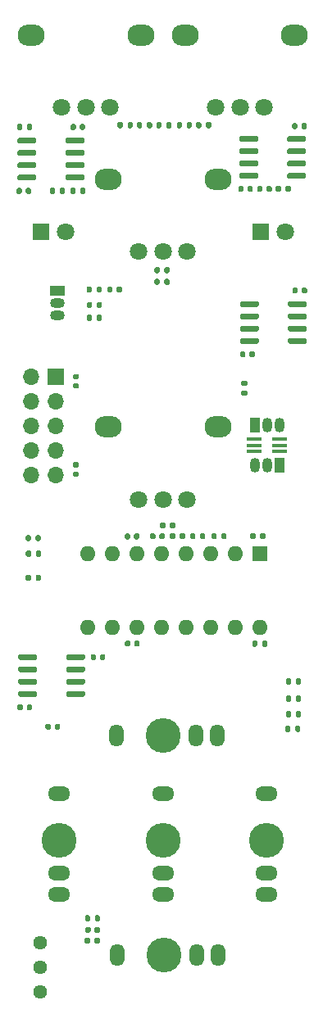
<source format=gbr>
%TF.GenerationSoftware,KiCad,Pcbnew,(5.1.7-0-10_14)*%
%TF.CreationDate,2021-05-19T07:56:11-04:00*%
%TF.ProjectId,VCF,5643462e-6b69-4636-9164-5f7063625858,rev?*%
%TF.SameCoordinates,Original*%
%TF.FileFunction,Soldermask,Top*%
%TF.FilePolarity,Negative*%
%FSLAX46Y46*%
G04 Gerber Fmt 4.6, Leading zero omitted, Abs format (unit mm)*
G04 Created by KiCad (PCBNEW (5.1.7-0-10_14)) date 2021-05-19 07:56:11*
%MOMM*%
%LPD*%
G01*
G04 APERTURE LIST*
%ADD10O,1.600000X1.600000*%
%ADD11R,1.600000X1.600000*%
%ADD12O,2.800000X2.200000*%
%ADD13C,1.800000*%
%ADD14C,1.440000*%
%ADD15R,1.500000X1.050000*%
%ADD16O,1.500000X1.050000*%
%ADD17R,1.050000X1.500000*%
%ADD18O,1.050000X1.500000*%
%ADD19R,1.500000X0.400000*%
%ADD20C,3.600000*%
%ADD21O,1.500000X2.300000*%
%ADD22O,1.700000X1.700000*%
%ADD23R,1.700000X1.700000*%
%ADD24O,2.300000X1.500000*%
%ADD25R,1.800000X1.800000*%
G04 APERTURE END LIST*
%TO.C,U105*%
G36*
G01*
X128400000Y-102945000D02*
X128400000Y-102645000D01*
G75*
G02*
X128550000Y-102495000I150000J0D01*
G01*
X130200000Y-102495000D01*
G75*
G02*
X130350000Y-102645000I0J-150000D01*
G01*
X130350000Y-102945000D01*
G75*
G02*
X130200000Y-103095000I-150000J0D01*
G01*
X128550000Y-103095000D01*
G75*
G02*
X128400000Y-102945000I0J150000D01*
G01*
G37*
G36*
G01*
X128400000Y-104215000D02*
X128400000Y-103915000D01*
G75*
G02*
X128550000Y-103765000I150000J0D01*
G01*
X130200000Y-103765000D01*
G75*
G02*
X130350000Y-103915000I0J-150000D01*
G01*
X130350000Y-104215000D01*
G75*
G02*
X130200000Y-104365000I-150000J0D01*
G01*
X128550000Y-104365000D01*
G75*
G02*
X128400000Y-104215000I0J150000D01*
G01*
G37*
G36*
G01*
X128400000Y-105485000D02*
X128400000Y-105185000D01*
G75*
G02*
X128550000Y-105035000I150000J0D01*
G01*
X130200000Y-105035000D01*
G75*
G02*
X130350000Y-105185000I0J-150000D01*
G01*
X130350000Y-105485000D01*
G75*
G02*
X130200000Y-105635000I-150000J0D01*
G01*
X128550000Y-105635000D01*
G75*
G02*
X128400000Y-105485000I0J150000D01*
G01*
G37*
G36*
G01*
X128400000Y-106755000D02*
X128400000Y-106455000D01*
G75*
G02*
X128550000Y-106305000I150000J0D01*
G01*
X130200000Y-106305000D01*
G75*
G02*
X130350000Y-106455000I0J-150000D01*
G01*
X130350000Y-106755000D01*
G75*
G02*
X130200000Y-106905000I-150000J0D01*
G01*
X128550000Y-106905000D01*
G75*
G02*
X128400000Y-106755000I0J150000D01*
G01*
G37*
G36*
G01*
X123450000Y-106755000D02*
X123450000Y-106455000D01*
G75*
G02*
X123600000Y-106305000I150000J0D01*
G01*
X125250000Y-106305000D01*
G75*
G02*
X125400000Y-106455000I0J-150000D01*
G01*
X125400000Y-106755000D01*
G75*
G02*
X125250000Y-106905000I-150000J0D01*
G01*
X123600000Y-106905000D01*
G75*
G02*
X123450000Y-106755000I0J150000D01*
G01*
G37*
G36*
G01*
X123450000Y-105485000D02*
X123450000Y-105185000D01*
G75*
G02*
X123600000Y-105035000I150000J0D01*
G01*
X125250000Y-105035000D01*
G75*
G02*
X125400000Y-105185000I0J-150000D01*
G01*
X125400000Y-105485000D01*
G75*
G02*
X125250000Y-105635000I-150000J0D01*
G01*
X123600000Y-105635000D01*
G75*
G02*
X123450000Y-105485000I0J150000D01*
G01*
G37*
G36*
G01*
X123450000Y-104215000D02*
X123450000Y-103915000D01*
G75*
G02*
X123600000Y-103765000I150000J0D01*
G01*
X125250000Y-103765000D01*
G75*
G02*
X125400000Y-103915000I0J-150000D01*
G01*
X125400000Y-104215000D01*
G75*
G02*
X125250000Y-104365000I-150000J0D01*
G01*
X123600000Y-104365000D01*
G75*
G02*
X123450000Y-104215000I0J150000D01*
G01*
G37*
G36*
G01*
X123450000Y-102945000D02*
X123450000Y-102645000D01*
G75*
G02*
X123600000Y-102495000I150000J0D01*
G01*
X125250000Y-102495000D01*
G75*
G02*
X125400000Y-102645000I0J-150000D01*
G01*
X125400000Y-102945000D01*
G75*
G02*
X125250000Y-103095000I-150000J0D01*
G01*
X123600000Y-103095000D01*
G75*
G02*
X123450000Y-102945000I0J150000D01*
G01*
G37*
%TD*%
%TO.C,U104*%
G36*
G01*
X105500000Y-139445000D02*
X105500000Y-139145000D01*
G75*
G02*
X105650000Y-138995000I150000J0D01*
G01*
X107300000Y-138995000D01*
G75*
G02*
X107450000Y-139145000I0J-150000D01*
G01*
X107450000Y-139445000D01*
G75*
G02*
X107300000Y-139595000I-150000J0D01*
G01*
X105650000Y-139595000D01*
G75*
G02*
X105500000Y-139445000I0J150000D01*
G01*
G37*
G36*
G01*
X105500000Y-140715000D02*
X105500000Y-140415000D01*
G75*
G02*
X105650000Y-140265000I150000J0D01*
G01*
X107300000Y-140265000D01*
G75*
G02*
X107450000Y-140415000I0J-150000D01*
G01*
X107450000Y-140715000D01*
G75*
G02*
X107300000Y-140865000I-150000J0D01*
G01*
X105650000Y-140865000D01*
G75*
G02*
X105500000Y-140715000I0J150000D01*
G01*
G37*
G36*
G01*
X105500000Y-141985000D02*
X105500000Y-141685000D01*
G75*
G02*
X105650000Y-141535000I150000J0D01*
G01*
X107300000Y-141535000D01*
G75*
G02*
X107450000Y-141685000I0J-150000D01*
G01*
X107450000Y-141985000D01*
G75*
G02*
X107300000Y-142135000I-150000J0D01*
G01*
X105650000Y-142135000D01*
G75*
G02*
X105500000Y-141985000I0J150000D01*
G01*
G37*
G36*
G01*
X105500000Y-143255000D02*
X105500000Y-142955000D01*
G75*
G02*
X105650000Y-142805000I150000J0D01*
G01*
X107300000Y-142805000D01*
G75*
G02*
X107450000Y-142955000I0J-150000D01*
G01*
X107450000Y-143255000D01*
G75*
G02*
X107300000Y-143405000I-150000J0D01*
G01*
X105650000Y-143405000D01*
G75*
G02*
X105500000Y-143255000I0J150000D01*
G01*
G37*
G36*
G01*
X100550000Y-143255000D02*
X100550000Y-142955000D01*
G75*
G02*
X100700000Y-142805000I150000J0D01*
G01*
X102350000Y-142805000D01*
G75*
G02*
X102500000Y-142955000I0J-150000D01*
G01*
X102500000Y-143255000D01*
G75*
G02*
X102350000Y-143405000I-150000J0D01*
G01*
X100700000Y-143405000D01*
G75*
G02*
X100550000Y-143255000I0J150000D01*
G01*
G37*
G36*
G01*
X100550000Y-141985000D02*
X100550000Y-141685000D01*
G75*
G02*
X100700000Y-141535000I150000J0D01*
G01*
X102350000Y-141535000D01*
G75*
G02*
X102500000Y-141685000I0J-150000D01*
G01*
X102500000Y-141985000D01*
G75*
G02*
X102350000Y-142135000I-150000J0D01*
G01*
X100700000Y-142135000D01*
G75*
G02*
X100550000Y-141985000I0J150000D01*
G01*
G37*
G36*
G01*
X100550000Y-140715000D02*
X100550000Y-140415000D01*
G75*
G02*
X100700000Y-140265000I150000J0D01*
G01*
X102350000Y-140265000D01*
G75*
G02*
X102500000Y-140415000I0J-150000D01*
G01*
X102500000Y-140715000D01*
G75*
G02*
X102350000Y-140865000I-150000J0D01*
G01*
X100700000Y-140865000D01*
G75*
G02*
X100550000Y-140715000I0J150000D01*
G01*
G37*
G36*
G01*
X100550000Y-139445000D02*
X100550000Y-139145000D01*
G75*
G02*
X100700000Y-138995000I150000J0D01*
G01*
X102350000Y-138995000D01*
G75*
G02*
X102500000Y-139145000I0J-150000D01*
G01*
X102500000Y-139445000D01*
G75*
G02*
X102350000Y-139595000I-150000J0D01*
G01*
X100700000Y-139595000D01*
G75*
G02*
X100550000Y-139445000I0J150000D01*
G01*
G37*
%TD*%
D10*
%TO.C,U103*%
X125500000Y-136200000D03*
X107720000Y-128580000D03*
X122960000Y-136200000D03*
X110260000Y-128580000D03*
X120420000Y-136200000D03*
X112800000Y-128580000D03*
X117880000Y-136200000D03*
X115340000Y-128580000D03*
X115340000Y-136200000D03*
X117880000Y-128580000D03*
X112800000Y-136200000D03*
X120420000Y-128580000D03*
X110260000Y-136200000D03*
X122960000Y-128580000D03*
X107720000Y-136200000D03*
D11*
X125500000Y-128580000D03*
%TD*%
%TO.C,U102*%
G36*
G01*
X128325000Y-85880000D02*
X128325000Y-85580000D01*
G75*
G02*
X128475000Y-85430000I150000J0D01*
G01*
X130125000Y-85430000D01*
G75*
G02*
X130275000Y-85580000I0J-150000D01*
G01*
X130275000Y-85880000D01*
G75*
G02*
X130125000Y-86030000I-150000J0D01*
G01*
X128475000Y-86030000D01*
G75*
G02*
X128325000Y-85880000I0J150000D01*
G01*
G37*
G36*
G01*
X128325000Y-87150000D02*
X128325000Y-86850000D01*
G75*
G02*
X128475000Y-86700000I150000J0D01*
G01*
X130125000Y-86700000D01*
G75*
G02*
X130275000Y-86850000I0J-150000D01*
G01*
X130275000Y-87150000D01*
G75*
G02*
X130125000Y-87300000I-150000J0D01*
G01*
X128475000Y-87300000D01*
G75*
G02*
X128325000Y-87150000I0J150000D01*
G01*
G37*
G36*
G01*
X128325000Y-88420000D02*
X128325000Y-88120000D01*
G75*
G02*
X128475000Y-87970000I150000J0D01*
G01*
X130125000Y-87970000D01*
G75*
G02*
X130275000Y-88120000I0J-150000D01*
G01*
X130275000Y-88420000D01*
G75*
G02*
X130125000Y-88570000I-150000J0D01*
G01*
X128475000Y-88570000D01*
G75*
G02*
X128325000Y-88420000I0J150000D01*
G01*
G37*
G36*
G01*
X128325000Y-89690000D02*
X128325000Y-89390000D01*
G75*
G02*
X128475000Y-89240000I150000J0D01*
G01*
X130125000Y-89240000D01*
G75*
G02*
X130275000Y-89390000I0J-150000D01*
G01*
X130275000Y-89690000D01*
G75*
G02*
X130125000Y-89840000I-150000J0D01*
G01*
X128475000Y-89840000D01*
G75*
G02*
X128325000Y-89690000I0J150000D01*
G01*
G37*
G36*
G01*
X123375000Y-89690000D02*
X123375000Y-89390000D01*
G75*
G02*
X123525000Y-89240000I150000J0D01*
G01*
X125175000Y-89240000D01*
G75*
G02*
X125325000Y-89390000I0J-150000D01*
G01*
X125325000Y-89690000D01*
G75*
G02*
X125175000Y-89840000I-150000J0D01*
G01*
X123525000Y-89840000D01*
G75*
G02*
X123375000Y-89690000I0J150000D01*
G01*
G37*
G36*
G01*
X123375000Y-88420000D02*
X123375000Y-88120000D01*
G75*
G02*
X123525000Y-87970000I150000J0D01*
G01*
X125175000Y-87970000D01*
G75*
G02*
X125325000Y-88120000I0J-150000D01*
G01*
X125325000Y-88420000D01*
G75*
G02*
X125175000Y-88570000I-150000J0D01*
G01*
X123525000Y-88570000D01*
G75*
G02*
X123375000Y-88420000I0J150000D01*
G01*
G37*
G36*
G01*
X123375000Y-87150000D02*
X123375000Y-86850000D01*
G75*
G02*
X123525000Y-86700000I150000J0D01*
G01*
X125175000Y-86700000D01*
G75*
G02*
X125325000Y-86850000I0J-150000D01*
G01*
X125325000Y-87150000D01*
G75*
G02*
X125175000Y-87300000I-150000J0D01*
G01*
X123525000Y-87300000D01*
G75*
G02*
X123375000Y-87150000I0J150000D01*
G01*
G37*
G36*
G01*
X123375000Y-85880000D02*
X123375000Y-85580000D01*
G75*
G02*
X123525000Y-85430000I150000J0D01*
G01*
X125175000Y-85430000D01*
G75*
G02*
X125325000Y-85580000I0J-150000D01*
G01*
X125325000Y-85880000D01*
G75*
G02*
X125175000Y-86030000I-150000J0D01*
G01*
X123525000Y-86030000D01*
G75*
G02*
X123375000Y-85880000I0J150000D01*
G01*
G37*
%TD*%
%TO.C,U101*%
G36*
G01*
X105425000Y-86050000D02*
X105425000Y-85750000D01*
G75*
G02*
X105575000Y-85600000I150000J0D01*
G01*
X107225000Y-85600000D01*
G75*
G02*
X107375000Y-85750000I0J-150000D01*
G01*
X107375000Y-86050000D01*
G75*
G02*
X107225000Y-86200000I-150000J0D01*
G01*
X105575000Y-86200000D01*
G75*
G02*
X105425000Y-86050000I0J150000D01*
G01*
G37*
G36*
G01*
X105425000Y-87320000D02*
X105425000Y-87020000D01*
G75*
G02*
X105575000Y-86870000I150000J0D01*
G01*
X107225000Y-86870000D01*
G75*
G02*
X107375000Y-87020000I0J-150000D01*
G01*
X107375000Y-87320000D01*
G75*
G02*
X107225000Y-87470000I-150000J0D01*
G01*
X105575000Y-87470000D01*
G75*
G02*
X105425000Y-87320000I0J150000D01*
G01*
G37*
G36*
G01*
X105425000Y-88590000D02*
X105425000Y-88290000D01*
G75*
G02*
X105575000Y-88140000I150000J0D01*
G01*
X107225000Y-88140000D01*
G75*
G02*
X107375000Y-88290000I0J-150000D01*
G01*
X107375000Y-88590000D01*
G75*
G02*
X107225000Y-88740000I-150000J0D01*
G01*
X105575000Y-88740000D01*
G75*
G02*
X105425000Y-88590000I0J150000D01*
G01*
G37*
G36*
G01*
X105425000Y-89860000D02*
X105425000Y-89560000D01*
G75*
G02*
X105575000Y-89410000I150000J0D01*
G01*
X107225000Y-89410000D01*
G75*
G02*
X107375000Y-89560000I0J-150000D01*
G01*
X107375000Y-89860000D01*
G75*
G02*
X107225000Y-90010000I-150000J0D01*
G01*
X105575000Y-90010000D01*
G75*
G02*
X105425000Y-89860000I0J150000D01*
G01*
G37*
G36*
G01*
X100475000Y-89860000D02*
X100475000Y-89560000D01*
G75*
G02*
X100625000Y-89410000I150000J0D01*
G01*
X102275000Y-89410000D01*
G75*
G02*
X102425000Y-89560000I0J-150000D01*
G01*
X102425000Y-89860000D01*
G75*
G02*
X102275000Y-90010000I-150000J0D01*
G01*
X100625000Y-90010000D01*
G75*
G02*
X100475000Y-89860000I0J150000D01*
G01*
G37*
G36*
G01*
X100475000Y-88590000D02*
X100475000Y-88290000D01*
G75*
G02*
X100625000Y-88140000I150000J0D01*
G01*
X102275000Y-88140000D01*
G75*
G02*
X102425000Y-88290000I0J-150000D01*
G01*
X102425000Y-88590000D01*
G75*
G02*
X102275000Y-88740000I-150000J0D01*
G01*
X100625000Y-88740000D01*
G75*
G02*
X100475000Y-88590000I0J150000D01*
G01*
G37*
G36*
G01*
X100475000Y-87320000D02*
X100475000Y-87020000D01*
G75*
G02*
X100625000Y-86870000I150000J0D01*
G01*
X102275000Y-86870000D01*
G75*
G02*
X102425000Y-87020000I0J-150000D01*
G01*
X102425000Y-87320000D01*
G75*
G02*
X102275000Y-87470000I-150000J0D01*
G01*
X100625000Y-87470000D01*
G75*
G02*
X100475000Y-87320000I0J150000D01*
G01*
G37*
G36*
G01*
X100475000Y-86050000D02*
X100475000Y-85750000D01*
G75*
G02*
X100625000Y-85600000I150000J0D01*
G01*
X102275000Y-85600000D01*
G75*
G02*
X102425000Y-85750000I0J-150000D01*
G01*
X102425000Y-86050000D01*
G75*
G02*
X102275000Y-86200000I-150000J0D01*
G01*
X100625000Y-86200000D01*
G75*
G02*
X100475000Y-86050000I0J150000D01*
G01*
G37*
%TD*%
D12*
%TO.C,RV105*%
X121150000Y-89900000D03*
X109850000Y-89900000D03*
D13*
X118000000Y-97400000D03*
X115500000Y-97400000D03*
X113000000Y-97400000D03*
%TD*%
D14*
%TO.C,RV104*%
X102800000Y-173880000D03*
X102800000Y-171340000D03*
X102800000Y-168800000D03*
%TD*%
D12*
%TO.C,RV103*%
X129100000Y-75000000D03*
X117800000Y-75000000D03*
D13*
X125950000Y-82500000D03*
X123450000Y-82500000D03*
X120950000Y-82500000D03*
%TD*%
D12*
%TO.C,RV102*%
X113200000Y-75000000D03*
X101900000Y-75000000D03*
D13*
X110050000Y-82500000D03*
X107550000Y-82500000D03*
X105050000Y-82500000D03*
%TD*%
D12*
%TO.C,RV101*%
X121150000Y-115500000D03*
X109850000Y-115500000D03*
D13*
X118000000Y-123000000D03*
X115500000Y-123000000D03*
X113000000Y-123000000D03*
%TD*%
%TO.C,R130*%
G36*
G01*
X108450000Y-166485000D02*
X108450000Y-166115000D01*
G75*
G02*
X108585000Y-165980000I135000J0D01*
G01*
X108855000Y-165980000D01*
G75*
G02*
X108990000Y-166115000I0J-135000D01*
G01*
X108990000Y-166485000D01*
G75*
G02*
X108855000Y-166620000I-135000J0D01*
G01*
X108585000Y-166620000D01*
G75*
G02*
X108450000Y-166485000I0J135000D01*
G01*
G37*
G36*
G01*
X107430000Y-166485000D02*
X107430000Y-166115000D01*
G75*
G02*
X107565000Y-165980000I135000J0D01*
G01*
X107835000Y-165980000D01*
G75*
G02*
X107970000Y-166115000I0J-135000D01*
G01*
X107970000Y-166485000D01*
G75*
G02*
X107835000Y-166620000I-135000J0D01*
G01*
X107565000Y-166620000D01*
G75*
G02*
X107430000Y-166485000I0J135000D01*
G01*
G37*
%TD*%
%TO.C,R129*%
G36*
G01*
X108630000Y-101485000D02*
X108630000Y-101115000D01*
G75*
G02*
X108765000Y-100980000I135000J0D01*
G01*
X109035000Y-100980000D01*
G75*
G02*
X109170000Y-101115000I0J-135000D01*
G01*
X109170000Y-101485000D01*
G75*
G02*
X109035000Y-101620000I-135000J0D01*
G01*
X108765000Y-101620000D01*
G75*
G02*
X108630000Y-101485000I0J135000D01*
G01*
G37*
G36*
G01*
X107610000Y-101485000D02*
X107610000Y-101115000D01*
G75*
G02*
X107745000Y-100980000I135000J0D01*
G01*
X108015000Y-100980000D01*
G75*
G02*
X108150000Y-101115000I0J-135000D01*
G01*
X108150000Y-101485000D01*
G75*
G02*
X108015000Y-101620000I-135000J0D01*
G01*
X107745000Y-101620000D01*
G75*
G02*
X107610000Y-101485000I0J135000D01*
G01*
G37*
%TD*%
%TO.C,R128*%
G36*
G01*
X108170000Y-104015000D02*
X108170000Y-104385000D01*
G75*
G02*
X108035000Y-104520000I-135000J0D01*
G01*
X107765000Y-104520000D01*
G75*
G02*
X107630000Y-104385000I0J135000D01*
G01*
X107630000Y-104015000D01*
G75*
G02*
X107765000Y-103880000I135000J0D01*
G01*
X108035000Y-103880000D01*
G75*
G02*
X108170000Y-104015000I0J-135000D01*
G01*
G37*
G36*
G01*
X109190000Y-104015000D02*
X109190000Y-104385000D01*
G75*
G02*
X109055000Y-104520000I-135000J0D01*
G01*
X108785000Y-104520000D01*
G75*
G02*
X108650000Y-104385000I0J135000D01*
G01*
X108650000Y-104015000D01*
G75*
G02*
X108785000Y-103880000I135000J0D01*
G01*
X109055000Y-103880000D01*
G75*
G02*
X109190000Y-104015000I0J-135000D01*
G01*
G37*
%TD*%
%TO.C,R127*%
G36*
G01*
X108170000Y-102715000D02*
X108170000Y-103085000D01*
G75*
G02*
X108035000Y-103220000I-135000J0D01*
G01*
X107765000Y-103220000D01*
G75*
G02*
X107630000Y-103085000I0J135000D01*
G01*
X107630000Y-102715000D01*
G75*
G02*
X107765000Y-102580000I135000J0D01*
G01*
X108035000Y-102580000D01*
G75*
G02*
X108170000Y-102715000I0J-135000D01*
G01*
G37*
G36*
G01*
X109190000Y-102715000D02*
X109190000Y-103085000D01*
G75*
G02*
X109055000Y-103220000I-135000J0D01*
G01*
X108785000Y-103220000D01*
G75*
G02*
X108650000Y-103085000I0J135000D01*
G01*
X108650000Y-102715000D01*
G75*
G02*
X108785000Y-102580000I135000J0D01*
G01*
X109055000Y-102580000D01*
G75*
G02*
X109190000Y-102715000I0J-135000D01*
G01*
G37*
%TD*%
%TO.C,R126*%
G36*
G01*
X115630000Y-100685000D02*
X115630000Y-100315000D01*
G75*
G02*
X115765000Y-100180000I135000J0D01*
G01*
X116035000Y-100180000D01*
G75*
G02*
X116170000Y-100315000I0J-135000D01*
G01*
X116170000Y-100685000D01*
G75*
G02*
X116035000Y-100820000I-135000J0D01*
G01*
X115765000Y-100820000D01*
G75*
G02*
X115630000Y-100685000I0J135000D01*
G01*
G37*
G36*
G01*
X114610000Y-100685000D02*
X114610000Y-100315000D01*
G75*
G02*
X114745000Y-100180000I135000J0D01*
G01*
X115015000Y-100180000D01*
G75*
G02*
X115150000Y-100315000I0J-135000D01*
G01*
X115150000Y-100685000D01*
G75*
G02*
X115015000Y-100820000I-135000J0D01*
G01*
X114745000Y-100820000D01*
G75*
G02*
X114610000Y-100685000I0J135000D01*
G01*
G37*
%TD*%
%TO.C,R125*%
G36*
G01*
X129140000Y-146885000D02*
X129140000Y-146515000D01*
G75*
G02*
X129275000Y-146380000I135000J0D01*
G01*
X129545000Y-146380000D01*
G75*
G02*
X129680000Y-146515000I0J-135000D01*
G01*
X129680000Y-146885000D01*
G75*
G02*
X129545000Y-147020000I-135000J0D01*
G01*
X129275000Y-147020000D01*
G75*
G02*
X129140000Y-146885000I0J135000D01*
G01*
G37*
G36*
G01*
X128120000Y-146885000D02*
X128120000Y-146515000D01*
G75*
G02*
X128255000Y-146380000I135000J0D01*
G01*
X128525000Y-146380000D01*
G75*
G02*
X128660000Y-146515000I0J-135000D01*
G01*
X128660000Y-146885000D01*
G75*
G02*
X128525000Y-147020000I-135000J0D01*
G01*
X128255000Y-147020000D01*
G75*
G02*
X128120000Y-146885000I0J135000D01*
G01*
G37*
%TD*%
%TO.C,R124*%
G36*
G01*
X115630000Y-99485000D02*
X115630000Y-99115000D01*
G75*
G02*
X115765000Y-98980000I135000J0D01*
G01*
X116035000Y-98980000D01*
G75*
G02*
X116170000Y-99115000I0J-135000D01*
G01*
X116170000Y-99485000D01*
G75*
G02*
X116035000Y-99620000I-135000J0D01*
G01*
X115765000Y-99620000D01*
G75*
G02*
X115630000Y-99485000I0J135000D01*
G01*
G37*
G36*
G01*
X114610000Y-99485000D02*
X114610000Y-99115000D01*
G75*
G02*
X114745000Y-98980000I135000J0D01*
G01*
X115015000Y-98980000D01*
G75*
G02*
X115150000Y-99115000I0J-135000D01*
G01*
X115150000Y-99485000D01*
G75*
G02*
X115015000Y-99620000I-135000J0D01*
G01*
X114745000Y-99620000D01*
G75*
G02*
X114610000Y-99485000I0J135000D01*
G01*
G37*
%TD*%
%TO.C,R123*%
G36*
G01*
X125530000Y-126985000D02*
X125530000Y-126615000D01*
G75*
G02*
X125665000Y-126480000I135000J0D01*
G01*
X125935000Y-126480000D01*
G75*
G02*
X126070000Y-126615000I0J-135000D01*
G01*
X126070000Y-126985000D01*
G75*
G02*
X125935000Y-127120000I-135000J0D01*
G01*
X125665000Y-127120000D01*
G75*
G02*
X125530000Y-126985000I0J135000D01*
G01*
G37*
G36*
G01*
X124510000Y-126985000D02*
X124510000Y-126615000D01*
G75*
G02*
X124645000Y-126480000I135000J0D01*
G01*
X124915000Y-126480000D01*
G75*
G02*
X125050000Y-126615000I0J-135000D01*
G01*
X125050000Y-126985000D01*
G75*
G02*
X124915000Y-127120000I-135000J0D01*
G01*
X124645000Y-127120000D01*
G75*
G02*
X124510000Y-126985000I0J135000D01*
G01*
G37*
%TD*%
%TO.C,R122*%
G36*
G01*
X117230000Y-126985000D02*
X117230000Y-126615000D01*
G75*
G02*
X117365000Y-126480000I135000J0D01*
G01*
X117635000Y-126480000D01*
G75*
G02*
X117770000Y-126615000I0J-135000D01*
G01*
X117770000Y-126985000D01*
G75*
G02*
X117635000Y-127120000I-135000J0D01*
G01*
X117365000Y-127120000D01*
G75*
G02*
X117230000Y-126985000I0J135000D01*
G01*
G37*
G36*
G01*
X116210000Y-126985000D02*
X116210000Y-126615000D01*
G75*
G02*
X116345000Y-126480000I135000J0D01*
G01*
X116615000Y-126480000D01*
G75*
G02*
X116750000Y-126615000I0J-135000D01*
G01*
X116750000Y-126985000D01*
G75*
G02*
X116615000Y-127120000I-135000J0D01*
G01*
X116345000Y-127120000D01*
G75*
G02*
X116210000Y-126985000I0J135000D01*
G01*
G37*
%TD*%
%TO.C,R121*%
G36*
G01*
X119930000Y-84485000D02*
X119930000Y-84115000D01*
G75*
G02*
X120065000Y-83980000I135000J0D01*
G01*
X120335000Y-83980000D01*
G75*
G02*
X120470000Y-84115000I0J-135000D01*
G01*
X120470000Y-84485000D01*
G75*
G02*
X120335000Y-84620000I-135000J0D01*
G01*
X120065000Y-84620000D01*
G75*
G02*
X119930000Y-84485000I0J135000D01*
G01*
G37*
G36*
G01*
X118910000Y-84485000D02*
X118910000Y-84115000D01*
G75*
G02*
X119045000Y-83980000I135000J0D01*
G01*
X119315000Y-83980000D01*
G75*
G02*
X119450000Y-84115000I0J-135000D01*
G01*
X119450000Y-84485000D01*
G75*
G02*
X119315000Y-84620000I-135000J0D01*
G01*
X119045000Y-84620000D01*
G75*
G02*
X118910000Y-84485000I0J135000D01*
G01*
G37*
%TD*%
%TO.C,R120*%
G36*
G01*
X121530000Y-126985000D02*
X121530000Y-126615000D01*
G75*
G02*
X121665000Y-126480000I135000J0D01*
G01*
X121935000Y-126480000D01*
G75*
G02*
X122070000Y-126615000I0J-135000D01*
G01*
X122070000Y-126985000D01*
G75*
G02*
X121935000Y-127120000I-135000J0D01*
G01*
X121665000Y-127120000D01*
G75*
G02*
X121530000Y-126985000I0J135000D01*
G01*
G37*
G36*
G01*
X120510000Y-126985000D02*
X120510000Y-126615000D01*
G75*
G02*
X120645000Y-126480000I135000J0D01*
G01*
X120915000Y-126480000D01*
G75*
G02*
X121050000Y-126615000I0J-135000D01*
G01*
X121050000Y-126985000D01*
G75*
G02*
X120915000Y-127120000I-135000J0D01*
G01*
X120645000Y-127120000D01*
G75*
G02*
X120510000Y-126985000I0J135000D01*
G01*
G37*
%TD*%
%TO.C,R119*%
G36*
G01*
X119330000Y-126985000D02*
X119330000Y-126615000D01*
G75*
G02*
X119465000Y-126480000I135000J0D01*
G01*
X119735000Y-126480000D01*
G75*
G02*
X119870000Y-126615000I0J-135000D01*
G01*
X119870000Y-126985000D01*
G75*
G02*
X119735000Y-127120000I-135000J0D01*
G01*
X119465000Y-127120000D01*
G75*
G02*
X119330000Y-126985000I0J135000D01*
G01*
G37*
G36*
G01*
X118310000Y-126985000D02*
X118310000Y-126615000D01*
G75*
G02*
X118445000Y-126480000I135000J0D01*
G01*
X118715000Y-126480000D01*
G75*
G02*
X118850000Y-126615000I0J-135000D01*
G01*
X118850000Y-126985000D01*
G75*
G02*
X118715000Y-127120000I-135000J0D01*
G01*
X118445000Y-127120000D01*
G75*
G02*
X118310000Y-126985000I0J135000D01*
G01*
G37*
%TD*%
%TO.C,R118*%
G36*
G01*
X101870000Y-128415000D02*
X101870000Y-128785000D01*
G75*
G02*
X101735000Y-128920000I-135000J0D01*
G01*
X101465000Y-128920000D01*
G75*
G02*
X101330000Y-128785000I0J135000D01*
G01*
X101330000Y-128415000D01*
G75*
G02*
X101465000Y-128280000I135000J0D01*
G01*
X101735000Y-128280000D01*
G75*
G02*
X101870000Y-128415000I0J-135000D01*
G01*
G37*
G36*
G01*
X102890000Y-128415000D02*
X102890000Y-128785000D01*
G75*
G02*
X102755000Y-128920000I-135000J0D01*
G01*
X102485000Y-128920000D01*
G75*
G02*
X102350000Y-128785000I0J135000D01*
G01*
X102350000Y-128415000D01*
G75*
G02*
X102485000Y-128280000I135000J0D01*
G01*
X102755000Y-128280000D01*
G75*
G02*
X102890000Y-128415000I0J-135000D01*
G01*
G37*
%TD*%
%TO.C,R117*%
G36*
G01*
X117450000Y-84115000D02*
X117450000Y-84485000D01*
G75*
G02*
X117315000Y-84620000I-135000J0D01*
G01*
X117045000Y-84620000D01*
G75*
G02*
X116910000Y-84485000I0J135000D01*
G01*
X116910000Y-84115000D01*
G75*
G02*
X117045000Y-83980000I135000J0D01*
G01*
X117315000Y-83980000D01*
G75*
G02*
X117450000Y-84115000I0J-135000D01*
G01*
G37*
G36*
G01*
X118470000Y-84115000D02*
X118470000Y-84485000D01*
G75*
G02*
X118335000Y-84620000I-135000J0D01*
G01*
X118065000Y-84620000D01*
G75*
G02*
X117930000Y-84485000I0J135000D01*
G01*
X117930000Y-84115000D01*
G75*
G02*
X118065000Y-83980000I135000J0D01*
G01*
X118335000Y-83980000D01*
G75*
G02*
X118470000Y-84115000I0J-135000D01*
G01*
G37*
%TD*%
%TO.C,R116*%
G36*
G01*
X115830000Y-84485000D02*
X115830000Y-84115000D01*
G75*
G02*
X115965000Y-83980000I135000J0D01*
G01*
X116235000Y-83980000D01*
G75*
G02*
X116370000Y-84115000I0J-135000D01*
G01*
X116370000Y-84485000D01*
G75*
G02*
X116235000Y-84620000I-135000J0D01*
G01*
X115965000Y-84620000D01*
G75*
G02*
X115830000Y-84485000I0J135000D01*
G01*
G37*
G36*
G01*
X114810000Y-84485000D02*
X114810000Y-84115000D01*
G75*
G02*
X114945000Y-83980000I135000J0D01*
G01*
X115215000Y-83980000D01*
G75*
G02*
X115350000Y-84115000I0J-135000D01*
G01*
X115350000Y-84485000D01*
G75*
G02*
X115215000Y-84620000I-135000J0D01*
G01*
X114945000Y-84620000D01*
G75*
G02*
X114810000Y-84485000I0J135000D01*
G01*
G37*
%TD*%
%TO.C,R115*%
G36*
G01*
X125730000Y-138085000D02*
X125730000Y-137715000D01*
G75*
G02*
X125865000Y-137580000I135000J0D01*
G01*
X126135000Y-137580000D01*
G75*
G02*
X126270000Y-137715000I0J-135000D01*
G01*
X126270000Y-138085000D01*
G75*
G02*
X126135000Y-138220000I-135000J0D01*
G01*
X125865000Y-138220000D01*
G75*
G02*
X125730000Y-138085000I0J135000D01*
G01*
G37*
G36*
G01*
X124710000Y-138085000D02*
X124710000Y-137715000D01*
G75*
G02*
X124845000Y-137580000I135000J0D01*
G01*
X125115000Y-137580000D01*
G75*
G02*
X125250000Y-137715000I0J-135000D01*
G01*
X125250000Y-138085000D01*
G75*
G02*
X125115000Y-138220000I-135000J0D01*
G01*
X124845000Y-138220000D01*
G75*
G02*
X124710000Y-138085000I0J135000D01*
G01*
G37*
%TD*%
%TO.C,R114*%
G36*
G01*
X102330000Y-127185000D02*
X102330000Y-126815000D01*
G75*
G02*
X102465000Y-126680000I135000J0D01*
G01*
X102735000Y-126680000D01*
G75*
G02*
X102870000Y-126815000I0J-135000D01*
G01*
X102870000Y-127185000D01*
G75*
G02*
X102735000Y-127320000I-135000J0D01*
G01*
X102465000Y-127320000D01*
G75*
G02*
X102330000Y-127185000I0J135000D01*
G01*
G37*
G36*
G01*
X101310000Y-127185000D02*
X101310000Y-126815000D01*
G75*
G02*
X101445000Y-126680000I135000J0D01*
G01*
X101715000Y-126680000D01*
G75*
G02*
X101850000Y-126815000I0J-135000D01*
G01*
X101850000Y-127185000D01*
G75*
G02*
X101715000Y-127320000I-135000J0D01*
G01*
X101445000Y-127320000D01*
G75*
G02*
X101310000Y-127185000I0J135000D01*
G01*
G37*
%TD*%
%TO.C,R113*%
G36*
G01*
X129230000Y-141985000D02*
X129230000Y-141615000D01*
G75*
G02*
X129365000Y-141480000I135000J0D01*
G01*
X129635000Y-141480000D01*
G75*
G02*
X129770000Y-141615000I0J-135000D01*
G01*
X129770000Y-141985000D01*
G75*
G02*
X129635000Y-142120000I-135000J0D01*
G01*
X129365000Y-142120000D01*
G75*
G02*
X129230000Y-141985000I0J135000D01*
G01*
G37*
G36*
G01*
X128210000Y-141985000D02*
X128210000Y-141615000D01*
G75*
G02*
X128345000Y-141480000I135000J0D01*
G01*
X128615000Y-141480000D01*
G75*
G02*
X128750000Y-141615000I0J-135000D01*
G01*
X128750000Y-141985000D01*
G75*
G02*
X128615000Y-142120000I-135000J0D01*
G01*
X128345000Y-142120000D01*
G75*
G02*
X128210000Y-141985000I0J135000D01*
G01*
G37*
%TD*%
%TO.C,R112*%
G36*
G01*
X101870000Y-130915000D02*
X101870000Y-131285000D01*
G75*
G02*
X101735000Y-131420000I-135000J0D01*
G01*
X101465000Y-131420000D01*
G75*
G02*
X101330000Y-131285000I0J135000D01*
G01*
X101330000Y-130915000D01*
G75*
G02*
X101465000Y-130780000I135000J0D01*
G01*
X101735000Y-130780000D01*
G75*
G02*
X101870000Y-130915000I0J-135000D01*
G01*
G37*
G36*
G01*
X102890000Y-130915000D02*
X102890000Y-131285000D01*
G75*
G02*
X102755000Y-131420000I-135000J0D01*
G01*
X102485000Y-131420000D01*
G75*
G02*
X102350000Y-131285000I0J135000D01*
G01*
X102350000Y-130915000D01*
G75*
G02*
X102485000Y-130780000I135000J0D01*
G01*
X102755000Y-130780000D01*
G75*
G02*
X102890000Y-130915000I0J-135000D01*
G01*
G37*
%TD*%
%TO.C,R111*%
G36*
G01*
X100950000Y-84315000D02*
X100950000Y-84685000D01*
G75*
G02*
X100815000Y-84820000I-135000J0D01*
G01*
X100545000Y-84820000D01*
G75*
G02*
X100410000Y-84685000I0J135000D01*
G01*
X100410000Y-84315000D01*
G75*
G02*
X100545000Y-84180000I135000J0D01*
G01*
X100815000Y-84180000D01*
G75*
G02*
X100950000Y-84315000I0J-135000D01*
G01*
G37*
G36*
G01*
X101970000Y-84315000D02*
X101970000Y-84685000D01*
G75*
G02*
X101835000Y-84820000I-135000J0D01*
G01*
X101565000Y-84820000D01*
G75*
G02*
X101430000Y-84685000I0J135000D01*
G01*
X101430000Y-84315000D01*
G75*
G02*
X101565000Y-84180000I135000J0D01*
G01*
X101835000Y-84180000D01*
G75*
G02*
X101970000Y-84315000I0J-135000D01*
G01*
G37*
%TD*%
%TO.C,R110*%
G36*
G01*
X127670000Y-90715000D02*
X127670000Y-91085000D01*
G75*
G02*
X127535000Y-91220000I-135000J0D01*
G01*
X127265000Y-91220000D01*
G75*
G02*
X127130000Y-91085000I0J135000D01*
G01*
X127130000Y-90715000D01*
G75*
G02*
X127265000Y-90580000I135000J0D01*
G01*
X127535000Y-90580000D01*
G75*
G02*
X127670000Y-90715000I0J-135000D01*
G01*
G37*
G36*
G01*
X128690000Y-90715000D02*
X128690000Y-91085000D01*
G75*
G02*
X128555000Y-91220000I-135000J0D01*
G01*
X128285000Y-91220000D01*
G75*
G02*
X128150000Y-91085000I0J135000D01*
G01*
X128150000Y-90715000D01*
G75*
G02*
X128285000Y-90580000I135000J0D01*
G01*
X128555000Y-90580000D01*
G75*
G02*
X128690000Y-90715000I0J-135000D01*
G01*
G37*
%TD*%
%TO.C,R109*%
G36*
G01*
X124085000Y-111270000D02*
X123715000Y-111270000D01*
G75*
G02*
X123580000Y-111135000I0J135000D01*
G01*
X123580000Y-110865000D01*
G75*
G02*
X123715000Y-110730000I135000J0D01*
G01*
X124085000Y-110730000D01*
G75*
G02*
X124220000Y-110865000I0J-135000D01*
G01*
X124220000Y-111135000D01*
G75*
G02*
X124085000Y-111270000I-135000J0D01*
G01*
G37*
G36*
G01*
X124085000Y-112290000D02*
X123715000Y-112290000D01*
G75*
G02*
X123580000Y-112155000I0J135000D01*
G01*
X123580000Y-111885000D01*
G75*
G02*
X123715000Y-111750000I135000J0D01*
G01*
X124085000Y-111750000D01*
G75*
G02*
X124220000Y-111885000I0J-135000D01*
G01*
X124220000Y-112155000D01*
G75*
G02*
X124085000Y-112290000I-135000J0D01*
G01*
G37*
%TD*%
%TO.C,R108*%
G36*
G01*
X108430000Y-168785000D02*
X108430000Y-168415000D01*
G75*
G02*
X108565000Y-168280000I135000J0D01*
G01*
X108835000Y-168280000D01*
G75*
G02*
X108970000Y-168415000I0J-135000D01*
G01*
X108970000Y-168785000D01*
G75*
G02*
X108835000Y-168920000I-135000J0D01*
G01*
X108565000Y-168920000D01*
G75*
G02*
X108430000Y-168785000I0J135000D01*
G01*
G37*
G36*
G01*
X107410000Y-168785000D02*
X107410000Y-168415000D01*
G75*
G02*
X107545000Y-168280000I135000J0D01*
G01*
X107815000Y-168280000D01*
G75*
G02*
X107950000Y-168415000I0J-135000D01*
G01*
X107950000Y-168785000D01*
G75*
G02*
X107815000Y-168920000I-135000J0D01*
G01*
X107545000Y-168920000D01*
G75*
G02*
X107410000Y-168785000I0J135000D01*
G01*
G37*
%TD*%
%TO.C,R107*%
G36*
G01*
X104850000Y-91285000D02*
X104850000Y-90915000D01*
G75*
G02*
X104985000Y-90780000I135000J0D01*
G01*
X105255000Y-90780000D01*
G75*
G02*
X105390000Y-90915000I0J-135000D01*
G01*
X105390000Y-91285000D01*
G75*
G02*
X105255000Y-91420000I-135000J0D01*
G01*
X104985000Y-91420000D01*
G75*
G02*
X104850000Y-91285000I0J135000D01*
G01*
G37*
G36*
G01*
X103830000Y-91285000D02*
X103830000Y-90915000D01*
G75*
G02*
X103965000Y-90780000I135000J0D01*
G01*
X104235000Y-90780000D01*
G75*
G02*
X104370000Y-90915000I0J-135000D01*
G01*
X104370000Y-91285000D01*
G75*
G02*
X104235000Y-91420000I-135000J0D01*
G01*
X103965000Y-91420000D01*
G75*
G02*
X103830000Y-91285000I0J135000D01*
G01*
G37*
%TD*%
%TO.C,R106*%
G36*
G01*
X111350000Y-84115000D02*
X111350000Y-84485000D01*
G75*
G02*
X111215000Y-84620000I-135000J0D01*
G01*
X110945000Y-84620000D01*
G75*
G02*
X110810000Y-84485000I0J135000D01*
G01*
X110810000Y-84115000D01*
G75*
G02*
X110945000Y-83980000I135000J0D01*
G01*
X111215000Y-83980000D01*
G75*
G02*
X111350000Y-84115000I0J-135000D01*
G01*
G37*
G36*
G01*
X112370000Y-84115000D02*
X112370000Y-84485000D01*
G75*
G02*
X112235000Y-84620000I-135000J0D01*
G01*
X111965000Y-84620000D01*
G75*
G02*
X111830000Y-84485000I0J135000D01*
G01*
X111830000Y-84115000D01*
G75*
G02*
X111965000Y-83980000I135000J0D01*
G01*
X112235000Y-83980000D01*
G75*
G02*
X112370000Y-84115000I0J-135000D01*
G01*
G37*
%TD*%
%TO.C,R105*%
G36*
G01*
X113350000Y-84115000D02*
X113350000Y-84485000D01*
G75*
G02*
X113215000Y-84620000I-135000J0D01*
G01*
X112945000Y-84620000D01*
G75*
G02*
X112810000Y-84485000I0J135000D01*
G01*
X112810000Y-84115000D01*
G75*
G02*
X112945000Y-83980000I135000J0D01*
G01*
X113215000Y-83980000D01*
G75*
G02*
X113350000Y-84115000I0J-135000D01*
G01*
G37*
G36*
G01*
X114370000Y-84115000D02*
X114370000Y-84485000D01*
G75*
G02*
X114235000Y-84620000I-135000J0D01*
G01*
X113965000Y-84620000D01*
G75*
G02*
X113830000Y-84485000I0J135000D01*
G01*
X113830000Y-84115000D01*
G75*
G02*
X113965000Y-83980000I135000J0D01*
G01*
X114235000Y-83980000D01*
G75*
G02*
X114370000Y-84115000I0J-135000D01*
G01*
G37*
%TD*%
%TO.C,R104*%
G36*
G01*
X106450000Y-90915000D02*
X106450000Y-91285000D01*
G75*
G02*
X106315000Y-91420000I-135000J0D01*
G01*
X106045000Y-91420000D01*
G75*
G02*
X105910000Y-91285000I0J135000D01*
G01*
X105910000Y-90915000D01*
G75*
G02*
X106045000Y-90780000I135000J0D01*
G01*
X106315000Y-90780000D01*
G75*
G02*
X106450000Y-90915000I0J-135000D01*
G01*
G37*
G36*
G01*
X107470000Y-90915000D02*
X107470000Y-91285000D01*
G75*
G02*
X107335000Y-91420000I-135000J0D01*
G01*
X107065000Y-91420000D01*
G75*
G02*
X106930000Y-91285000I0J135000D01*
G01*
X106930000Y-90915000D01*
G75*
G02*
X107065000Y-90780000I135000J0D01*
G01*
X107335000Y-90780000D01*
G75*
G02*
X107470000Y-90915000I0J-135000D01*
G01*
G37*
%TD*%
%TO.C,R103*%
G36*
G01*
X115750000Y-125515000D02*
X115750000Y-125885000D01*
G75*
G02*
X115615000Y-126020000I-135000J0D01*
G01*
X115345000Y-126020000D01*
G75*
G02*
X115210000Y-125885000I0J135000D01*
G01*
X115210000Y-125515000D01*
G75*
G02*
X115345000Y-125380000I135000J0D01*
G01*
X115615000Y-125380000D01*
G75*
G02*
X115750000Y-125515000I0J-135000D01*
G01*
G37*
G36*
G01*
X116770000Y-125515000D02*
X116770000Y-125885000D01*
G75*
G02*
X116635000Y-126020000I-135000J0D01*
G01*
X116365000Y-126020000D01*
G75*
G02*
X116230000Y-125885000I0J135000D01*
G01*
X116230000Y-125515000D01*
G75*
G02*
X116365000Y-125380000I135000J0D01*
G01*
X116635000Y-125380000D01*
G75*
G02*
X116770000Y-125515000I0J-135000D01*
G01*
G37*
%TD*%
%TO.C,R102*%
G36*
G01*
X129230000Y-145385000D02*
X129230000Y-145015000D01*
G75*
G02*
X129365000Y-144880000I135000J0D01*
G01*
X129635000Y-144880000D01*
G75*
G02*
X129770000Y-145015000I0J-135000D01*
G01*
X129770000Y-145385000D01*
G75*
G02*
X129635000Y-145520000I-135000J0D01*
G01*
X129365000Y-145520000D01*
G75*
G02*
X129230000Y-145385000I0J135000D01*
G01*
G37*
G36*
G01*
X128210000Y-145385000D02*
X128210000Y-145015000D01*
G75*
G02*
X128345000Y-144880000I135000J0D01*
G01*
X128615000Y-144880000D01*
G75*
G02*
X128750000Y-145015000I0J-135000D01*
G01*
X128750000Y-145385000D01*
G75*
G02*
X128615000Y-145520000I-135000J0D01*
G01*
X128345000Y-145520000D01*
G75*
G02*
X128210000Y-145385000I0J135000D01*
G01*
G37*
%TD*%
%TO.C,R101*%
G36*
G01*
X129230000Y-143785000D02*
X129230000Y-143415000D01*
G75*
G02*
X129365000Y-143280000I135000J0D01*
G01*
X129635000Y-143280000D01*
G75*
G02*
X129770000Y-143415000I0J-135000D01*
G01*
X129770000Y-143785000D01*
G75*
G02*
X129635000Y-143920000I-135000J0D01*
G01*
X129365000Y-143920000D01*
G75*
G02*
X129230000Y-143785000I0J135000D01*
G01*
G37*
G36*
G01*
X128210000Y-143785000D02*
X128210000Y-143415000D01*
G75*
G02*
X128345000Y-143280000I135000J0D01*
G01*
X128615000Y-143280000D01*
G75*
G02*
X128750000Y-143415000I0J-135000D01*
G01*
X128750000Y-143785000D01*
G75*
G02*
X128615000Y-143920000I-135000J0D01*
G01*
X128345000Y-143920000D01*
G75*
G02*
X128210000Y-143785000I0J135000D01*
G01*
G37*
%TD*%
D15*
%TO.C,Q104*%
X104600000Y-101460000D03*
D16*
X104600000Y-104000000D03*
X104600000Y-102730000D03*
%TD*%
D17*
%TO.C,Q103*%
X127500000Y-119500000D03*
D18*
X124960000Y-119500000D03*
X126230000Y-119500000D03*
%TD*%
D19*
%TO.C,Q102*%
X127560000Y-116750000D03*
X127560000Y-117400000D03*
X127560000Y-118050000D03*
X124900000Y-118050000D03*
X124900000Y-117400000D03*
X124900000Y-116750000D03*
%TD*%
D17*
%TO.C,Q101*%
X124960000Y-115300000D03*
D18*
X127500000Y-115300000D03*
X126230000Y-115300000D03*
%TD*%
D20*
%TO.C,J106*%
X115600000Y-170100000D03*
D21*
X110800000Y-170100000D03*
X119000000Y-170100000D03*
X121200000Y-170100000D03*
%TD*%
D22*
%TO.C,J105*%
X101900000Y-120460000D03*
X104440000Y-120460000D03*
X101900000Y-117920000D03*
X104440000Y-117920000D03*
X101900000Y-115380000D03*
X104440000Y-115380000D03*
X101900000Y-112840000D03*
X104440000Y-112840000D03*
X101900000Y-110300000D03*
D23*
X104440000Y-110300000D03*
%TD*%
D20*
%TO.C,J104*%
X126200000Y-158200000D03*
D24*
X126200000Y-153400000D03*
X126200000Y-161600000D03*
X126200000Y-163800000D03*
%TD*%
D20*
%TO.C,J103*%
X115500000Y-158200000D03*
D24*
X115500000Y-153400000D03*
X115500000Y-161600000D03*
X115500000Y-163800000D03*
%TD*%
D20*
%TO.C,J102*%
X115500000Y-147400000D03*
D21*
X110700000Y-147400000D03*
X118900000Y-147400000D03*
X121100000Y-147400000D03*
%TD*%
D20*
%TO.C,J101*%
X104800000Y-158200000D03*
D24*
X104800000Y-153400000D03*
X104800000Y-161600000D03*
X104800000Y-163800000D03*
%TD*%
D13*
%TO.C,D102*%
X128100000Y-95300000D03*
D25*
X125560000Y-95300000D03*
%TD*%
D13*
%TO.C,D101*%
X105440000Y-95300000D03*
D25*
X102900000Y-95300000D03*
%TD*%
%TO.C,C117*%
G36*
G01*
X108020000Y-167330000D02*
X108020000Y-167670000D01*
G75*
G02*
X107880000Y-167810000I-140000J0D01*
G01*
X107600000Y-167810000D01*
G75*
G02*
X107460000Y-167670000I0J140000D01*
G01*
X107460000Y-167330000D01*
G75*
G02*
X107600000Y-167190000I140000J0D01*
G01*
X107880000Y-167190000D01*
G75*
G02*
X108020000Y-167330000I0J-140000D01*
G01*
G37*
G36*
G01*
X108980000Y-167330000D02*
X108980000Y-167670000D01*
G75*
G02*
X108840000Y-167810000I-140000J0D01*
G01*
X108560000Y-167810000D01*
G75*
G02*
X108420000Y-167670000I0J140000D01*
G01*
X108420000Y-167330000D01*
G75*
G02*
X108560000Y-167190000I140000J0D01*
G01*
X108840000Y-167190000D01*
G75*
G02*
X108980000Y-167330000I0J-140000D01*
G01*
G37*
%TD*%
%TO.C,C116*%
G36*
G01*
X106330000Y-120120000D02*
X106670000Y-120120000D01*
G75*
G02*
X106810000Y-120260000I0J-140000D01*
G01*
X106810000Y-120540000D01*
G75*
G02*
X106670000Y-120680000I-140000J0D01*
G01*
X106330000Y-120680000D01*
G75*
G02*
X106190000Y-120540000I0J140000D01*
G01*
X106190000Y-120260000D01*
G75*
G02*
X106330000Y-120120000I140000J0D01*
G01*
G37*
G36*
G01*
X106330000Y-119160000D02*
X106670000Y-119160000D01*
G75*
G02*
X106810000Y-119300000I0J-140000D01*
G01*
X106810000Y-119580000D01*
G75*
G02*
X106670000Y-119720000I-140000J0D01*
G01*
X106330000Y-119720000D01*
G75*
G02*
X106190000Y-119580000I0J140000D01*
G01*
X106190000Y-119300000D01*
G75*
G02*
X106330000Y-119160000I140000J0D01*
G01*
G37*
%TD*%
%TO.C,C115*%
G36*
G01*
X106330000Y-110980000D02*
X106670000Y-110980000D01*
G75*
G02*
X106810000Y-111120000I0J-140000D01*
G01*
X106810000Y-111400000D01*
G75*
G02*
X106670000Y-111540000I-140000J0D01*
G01*
X106330000Y-111540000D01*
G75*
G02*
X106190000Y-111400000I0J140000D01*
G01*
X106190000Y-111120000D01*
G75*
G02*
X106330000Y-110980000I140000J0D01*
G01*
G37*
G36*
G01*
X106330000Y-110020000D02*
X106670000Y-110020000D01*
G75*
G02*
X106810000Y-110160000I0J-140000D01*
G01*
X106810000Y-110440000D01*
G75*
G02*
X106670000Y-110580000I-140000J0D01*
G01*
X106330000Y-110580000D01*
G75*
G02*
X106190000Y-110440000I0J140000D01*
G01*
X106190000Y-110160000D01*
G75*
G02*
X106330000Y-110020000I140000J0D01*
G01*
G37*
%TD*%
%TO.C,C114*%
G36*
G01*
X124020000Y-107830000D02*
X124020000Y-108170000D01*
G75*
G02*
X123880000Y-108310000I-140000J0D01*
G01*
X123600000Y-108310000D01*
G75*
G02*
X123460000Y-108170000I0J140000D01*
G01*
X123460000Y-107830000D01*
G75*
G02*
X123600000Y-107690000I140000J0D01*
G01*
X123880000Y-107690000D01*
G75*
G02*
X124020000Y-107830000I0J-140000D01*
G01*
G37*
G36*
G01*
X124980000Y-107830000D02*
X124980000Y-108170000D01*
G75*
G02*
X124840000Y-108310000I-140000J0D01*
G01*
X124560000Y-108310000D01*
G75*
G02*
X124420000Y-108170000I0J140000D01*
G01*
X124420000Y-107830000D01*
G75*
G02*
X124560000Y-107690000I140000J0D01*
G01*
X124840000Y-107690000D01*
G75*
G02*
X124980000Y-107830000I0J-140000D01*
G01*
G37*
%TD*%
%TO.C,C113*%
G36*
G01*
X129420000Y-101230000D02*
X129420000Y-101570000D01*
G75*
G02*
X129280000Y-101710000I-140000J0D01*
G01*
X129000000Y-101710000D01*
G75*
G02*
X128860000Y-101570000I0J140000D01*
G01*
X128860000Y-101230000D01*
G75*
G02*
X129000000Y-101090000I140000J0D01*
G01*
X129280000Y-101090000D01*
G75*
G02*
X129420000Y-101230000I0J-140000D01*
G01*
G37*
G36*
G01*
X130380000Y-101230000D02*
X130380000Y-101570000D01*
G75*
G02*
X130240000Y-101710000I-140000J0D01*
G01*
X129960000Y-101710000D01*
G75*
G02*
X129820000Y-101570000I0J140000D01*
G01*
X129820000Y-101230000D01*
G75*
G02*
X129960000Y-101090000I140000J0D01*
G01*
X130240000Y-101090000D01*
G75*
G02*
X130380000Y-101230000I0J-140000D01*
G01*
G37*
%TD*%
%TO.C,C112*%
G36*
G01*
X110680000Y-101470000D02*
X110680000Y-101130000D01*
G75*
G02*
X110820000Y-100990000I140000J0D01*
G01*
X111100000Y-100990000D01*
G75*
G02*
X111240000Y-101130000I0J-140000D01*
G01*
X111240000Y-101470000D01*
G75*
G02*
X111100000Y-101610000I-140000J0D01*
G01*
X110820000Y-101610000D01*
G75*
G02*
X110680000Y-101470000I0J140000D01*
G01*
G37*
G36*
G01*
X109720000Y-101470000D02*
X109720000Y-101130000D01*
G75*
G02*
X109860000Y-100990000I140000J0D01*
G01*
X110140000Y-100990000D01*
G75*
G02*
X110280000Y-101130000I0J-140000D01*
G01*
X110280000Y-101470000D01*
G75*
G02*
X110140000Y-101610000I-140000J0D01*
G01*
X109860000Y-101610000D01*
G75*
G02*
X109720000Y-101470000I0J140000D01*
G01*
G37*
%TD*%
%TO.C,C111*%
G36*
G01*
X101020000Y-144330000D02*
X101020000Y-144670000D01*
G75*
G02*
X100880000Y-144810000I-140000J0D01*
G01*
X100600000Y-144810000D01*
G75*
G02*
X100460000Y-144670000I0J140000D01*
G01*
X100460000Y-144330000D01*
G75*
G02*
X100600000Y-144190000I140000J0D01*
G01*
X100880000Y-144190000D01*
G75*
G02*
X101020000Y-144330000I0J-140000D01*
G01*
G37*
G36*
G01*
X101980000Y-144330000D02*
X101980000Y-144670000D01*
G75*
G02*
X101840000Y-144810000I-140000J0D01*
G01*
X101560000Y-144810000D01*
G75*
G02*
X101420000Y-144670000I0J140000D01*
G01*
X101420000Y-144330000D01*
G75*
G02*
X101560000Y-144190000I140000J0D01*
G01*
X101840000Y-144190000D01*
G75*
G02*
X101980000Y-144330000I0J-140000D01*
G01*
G37*
%TD*%
%TO.C,C110*%
G36*
G01*
X108580000Y-139130000D02*
X108580000Y-139470000D01*
G75*
G02*
X108440000Y-139610000I-140000J0D01*
G01*
X108160000Y-139610000D01*
G75*
G02*
X108020000Y-139470000I0J140000D01*
G01*
X108020000Y-139130000D01*
G75*
G02*
X108160000Y-138990000I140000J0D01*
G01*
X108440000Y-138990000D01*
G75*
G02*
X108580000Y-139130000I0J-140000D01*
G01*
G37*
G36*
G01*
X109540000Y-139130000D02*
X109540000Y-139470000D01*
G75*
G02*
X109400000Y-139610000I-140000J0D01*
G01*
X109120000Y-139610000D01*
G75*
G02*
X108980000Y-139470000I0J140000D01*
G01*
X108980000Y-139130000D01*
G75*
G02*
X109120000Y-138990000I140000J0D01*
G01*
X109400000Y-138990000D01*
G75*
G02*
X109540000Y-139130000I0J-140000D01*
G01*
G37*
%TD*%
%TO.C,C109*%
G36*
G01*
X123820000Y-90730000D02*
X123820000Y-91070000D01*
G75*
G02*
X123680000Y-91210000I-140000J0D01*
G01*
X123400000Y-91210000D01*
G75*
G02*
X123260000Y-91070000I0J140000D01*
G01*
X123260000Y-90730000D01*
G75*
G02*
X123400000Y-90590000I140000J0D01*
G01*
X123680000Y-90590000D01*
G75*
G02*
X123820000Y-90730000I0J-140000D01*
G01*
G37*
G36*
G01*
X124780000Y-90730000D02*
X124780000Y-91070000D01*
G75*
G02*
X124640000Y-91210000I-140000J0D01*
G01*
X124360000Y-91210000D01*
G75*
G02*
X124220000Y-91070000I0J140000D01*
G01*
X124220000Y-90730000D01*
G75*
G02*
X124360000Y-90590000I140000J0D01*
G01*
X124640000Y-90590000D01*
G75*
G02*
X124780000Y-90730000I0J-140000D01*
G01*
G37*
%TD*%
%TO.C,C108*%
G36*
G01*
X129380000Y-84230000D02*
X129380000Y-84570000D01*
G75*
G02*
X129240000Y-84710000I-140000J0D01*
G01*
X128960000Y-84710000D01*
G75*
G02*
X128820000Y-84570000I0J140000D01*
G01*
X128820000Y-84230000D01*
G75*
G02*
X128960000Y-84090000I140000J0D01*
G01*
X129240000Y-84090000D01*
G75*
G02*
X129380000Y-84230000I0J-140000D01*
G01*
G37*
G36*
G01*
X130340000Y-84230000D02*
X130340000Y-84570000D01*
G75*
G02*
X130200000Y-84710000I-140000J0D01*
G01*
X129920000Y-84710000D01*
G75*
G02*
X129780000Y-84570000I0J140000D01*
G01*
X129780000Y-84230000D01*
G75*
G02*
X129920000Y-84090000I140000J0D01*
G01*
X130200000Y-84090000D01*
G75*
G02*
X130340000Y-84230000I0J-140000D01*
G01*
G37*
%TD*%
%TO.C,C107*%
G36*
G01*
X101320000Y-91270000D02*
X101320000Y-90930000D01*
G75*
G02*
X101460000Y-90790000I140000J0D01*
G01*
X101740000Y-90790000D01*
G75*
G02*
X101880000Y-90930000I0J-140000D01*
G01*
X101880000Y-91270000D01*
G75*
G02*
X101740000Y-91410000I-140000J0D01*
G01*
X101460000Y-91410000D01*
G75*
G02*
X101320000Y-91270000I0J140000D01*
G01*
G37*
G36*
G01*
X100360000Y-91270000D02*
X100360000Y-90930000D01*
G75*
G02*
X100500000Y-90790000I140000J0D01*
G01*
X100780000Y-90790000D01*
G75*
G02*
X100920000Y-90930000I0J-140000D01*
G01*
X100920000Y-91270000D01*
G75*
G02*
X100780000Y-91410000I-140000J0D01*
G01*
X100500000Y-91410000D01*
G75*
G02*
X100360000Y-91270000I0J140000D01*
G01*
G37*
%TD*%
%TO.C,C106*%
G36*
G01*
X106900000Y-84670000D02*
X106900000Y-84330000D01*
G75*
G02*
X107040000Y-84190000I140000J0D01*
G01*
X107320000Y-84190000D01*
G75*
G02*
X107460000Y-84330000I0J-140000D01*
G01*
X107460000Y-84670000D01*
G75*
G02*
X107320000Y-84810000I-140000J0D01*
G01*
X107040000Y-84810000D01*
G75*
G02*
X106900000Y-84670000I0J140000D01*
G01*
G37*
G36*
G01*
X105940000Y-84670000D02*
X105940000Y-84330000D01*
G75*
G02*
X106080000Y-84190000I140000J0D01*
G01*
X106360000Y-84190000D01*
G75*
G02*
X106500000Y-84330000I0J-140000D01*
G01*
X106500000Y-84670000D01*
G75*
G02*
X106360000Y-84810000I-140000J0D01*
G01*
X106080000Y-84810000D01*
G75*
G02*
X105940000Y-84670000I0J140000D01*
G01*
G37*
%TD*%
%TO.C,C105*%
G36*
G01*
X112100000Y-126650000D02*
X112100000Y-126990000D01*
G75*
G02*
X111960000Y-127130000I-140000J0D01*
G01*
X111680000Y-127130000D01*
G75*
G02*
X111540000Y-126990000I0J140000D01*
G01*
X111540000Y-126650000D01*
G75*
G02*
X111680000Y-126510000I140000J0D01*
G01*
X111960000Y-126510000D01*
G75*
G02*
X112100000Y-126650000I0J-140000D01*
G01*
G37*
G36*
G01*
X113060000Y-126650000D02*
X113060000Y-126990000D01*
G75*
G02*
X112920000Y-127130000I-140000J0D01*
G01*
X112640000Y-127130000D01*
G75*
G02*
X112500000Y-126990000I0J140000D01*
G01*
X112500000Y-126650000D01*
G75*
G02*
X112640000Y-126510000I140000J0D01*
G01*
X112920000Y-126510000D01*
G75*
G02*
X113060000Y-126650000I0J-140000D01*
G01*
G37*
%TD*%
%TO.C,C104*%
G36*
G01*
X112520000Y-138070000D02*
X112520000Y-137730000D01*
G75*
G02*
X112660000Y-137590000I140000J0D01*
G01*
X112940000Y-137590000D01*
G75*
G02*
X113080000Y-137730000I0J-140000D01*
G01*
X113080000Y-138070000D01*
G75*
G02*
X112940000Y-138210000I-140000J0D01*
G01*
X112660000Y-138210000D01*
G75*
G02*
X112520000Y-138070000I0J140000D01*
G01*
G37*
G36*
G01*
X111560000Y-138070000D02*
X111560000Y-137730000D01*
G75*
G02*
X111700000Y-137590000I140000J0D01*
G01*
X111980000Y-137590000D01*
G75*
G02*
X112120000Y-137730000I0J-140000D01*
G01*
X112120000Y-138070000D01*
G75*
G02*
X111980000Y-138210000I-140000J0D01*
G01*
X111700000Y-138210000D01*
G75*
G02*
X111560000Y-138070000I0J140000D01*
G01*
G37*
%TD*%
%TO.C,C103*%
G36*
G01*
X114720000Y-126630000D02*
X114720000Y-126970000D01*
G75*
G02*
X114580000Y-127110000I-140000J0D01*
G01*
X114300000Y-127110000D01*
G75*
G02*
X114160000Y-126970000I0J140000D01*
G01*
X114160000Y-126630000D01*
G75*
G02*
X114300000Y-126490000I140000J0D01*
G01*
X114580000Y-126490000D01*
G75*
G02*
X114720000Y-126630000I0J-140000D01*
G01*
G37*
G36*
G01*
X115680000Y-126630000D02*
X115680000Y-126970000D01*
G75*
G02*
X115540000Y-127110000I-140000J0D01*
G01*
X115260000Y-127110000D01*
G75*
G02*
X115120000Y-126970000I0J140000D01*
G01*
X115120000Y-126630000D01*
G75*
G02*
X115260000Y-126490000I140000J0D01*
G01*
X115540000Y-126490000D01*
G75*
G02*
X115680000Y-126630000I0J-140000D01*
G01*
G37*
%TD*%
%TO.C,C102*%
G36*
G01*
X104320000Y-146670000D02*
X104320000Y-146330000D01*
G75*
G02*
X104460000Y-146190000I140000J0D01*
G01*
X104740000Y-146190000D01*
G75*
G02*
X104880000Y-146330000I0J-140000D01*
G01*
X104880000Y-146670000D01*
G75*
G02*
X104740000Y-146810000I-140000J0D01*
G01*
X104460000Y-146810000D01*
G75*
G02*
X104320000Y-146670000I0J140000D01*
G01*
G37*
G36*
G01*
X103360000Y-146670000D02*
X103360000Y-146330000D01*
G75*
G02*
X103500000Y-146190000I140000J0D01*
G01*
X103780000Y-146190000D01*
G75*
G02*
X103920000Y-146330000I0J-140000D01*
G01*
X103920000Y-146670000D01*
G75*
G02*
X103780000Y-146810000I-140000J0D01*
G01*
X103500000Y-146810000D01*
G75*
G02*
X103360000Y-146670000I0J140000D01*
G01*
G37*
%TD*%
%TO.C,C101*%
G36*
G01*
X126180000Y-91070000D02*
X126180000Y-90730000D01*
G75*
G02*
X126320000Y-90590000I140000J0D01*
G01*
X126600000Y-90590000D01*
G75*
G02*
X126740000Y-90730000I0J-140000D01*
G01*
X126740000Y-91070000D01*
G75*
G02*
X126600000Y-91210000I-140000J0D01*
G01*
X126320000Y-91210000D01*
G75*
G02*
X126180000Y-91070000I0J140000D01*
G01*
G37*
G36*
G01*
X125220000Y-91070000D02*
X125220000Y-90730000D01*
G75*
G02*
X125360000Y-90590000I140000J0D01*
G01*
X125640000Y-90590000D01*
G75*
G02*
X125780000Y-90730000I0J-140000D01*
G01*
X125780000Y-91070000D01*
G75*
G02*
X125640000Y-91210000I-140000J0D01*
G01*
X125360000Y-91210000D01*
G75*
G02*
X125220000Y-91070000I0J140000D01*
G01*
G37*
%TD*%
M02*

</source>
